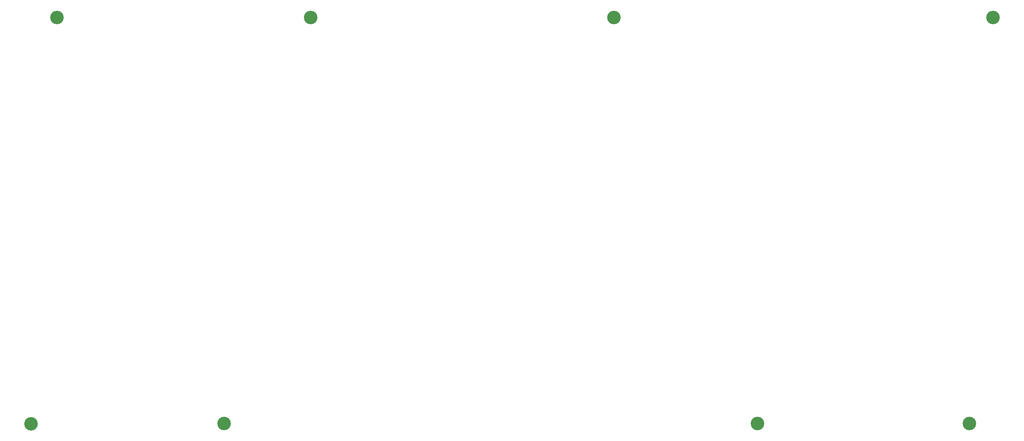
<source format=gbs>
G04 #@! TF.GenerationSoftware,KiCad,Pcbnew,(6.0.7-1)-1*
G04 #@! TF.CreationDate,2022-11-07T11:39:14+01:00*
G04 #@! TF.ProjectId,frog-mini,66726f67-2d6d-4696-9e69-2e6b69636164,rev?*
G04 #@! TF.SameCoordinates,Original*
G04 #@! TF.FileFunction,Soldermask,Bot*
G04 #@! TF.FilePolarity,Negative*
%FSLAX46Y46*%
G04 Gerber Fmt 4.6, Leading zero omitted, Abs format (unit mm)*
G04 Created by KiCad (PCBNEW (6.0.7-1)-1) date 2022-11-07 11:39:14*
%MOMM*%
%LPD*%
G01*
G04 APERTURE LIST*
%ADD10C,3.400000*%
G04 APERTURE END LIST*
D10*
G04 #@! TO.C,REF\u002A\u002A*
X17272000Y-146939000D03*
G04 #@! TD*
G04 #@! TO.C,REF\u002A\u002A*
X253009400Y-146913600D03*
G04 #@! TD*
G04 #@! TO.C,REF\u002A\u002A*
X199771000Y-146913600D03*
G04 #@! TD*
G04 #@! TO.C,REF\u002A\u002A*
X23774400Y-44729400D03*
G04 #@! TD*
G04 #@! TO.C,REF\u002A\u002A*
X87503000Y-44754800D03*
G04 #@! TD*
G04 #@! TO.C,REF\u002A\u002A*
X163728400Y-44754800D03*
G04 #@! TD*
G04 #@! TO.C,REF\u002A\u002A*
X258953000Y-44754800D03*
G04 #@! TD*
G04 #@! TO.C,REF\u002A\u002A*
X65709800Y-146888200D03*
G04 #@! TD*
M02*

</source>
